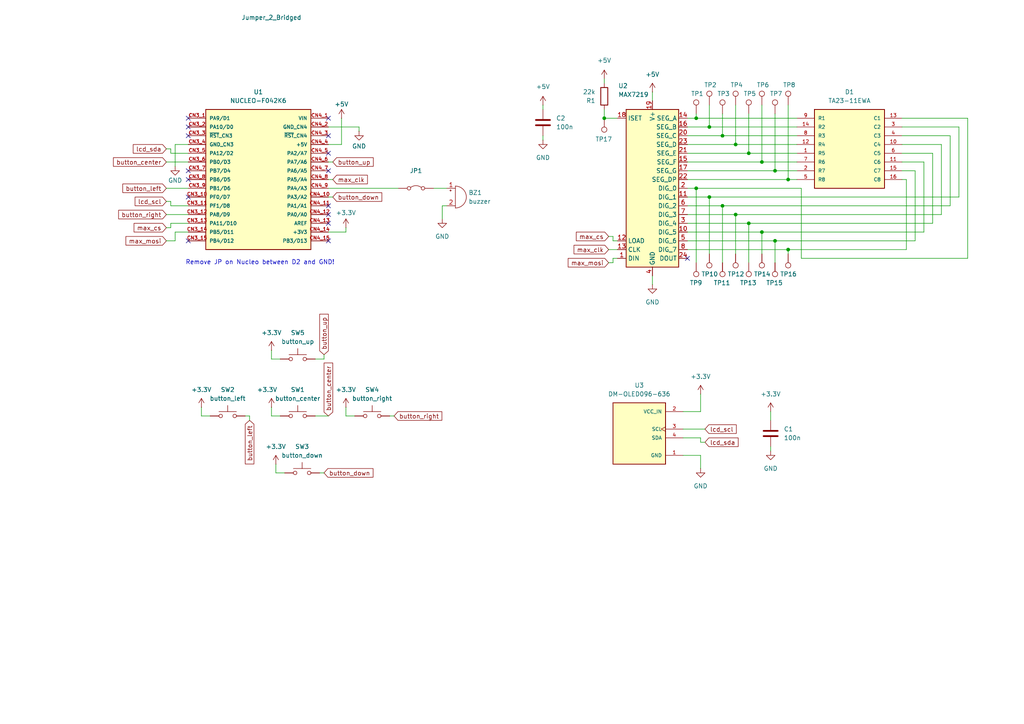
<source format=kicad_sch>
(kicad_sch (version 20231120) (generator "eeschema") (generator_version "8.0")
  (paper "A4")
  (title_block (title "Schnupperlehre Elektroniker/in | Projekt Matrix-Game") (date "2025-02-07") (rev "v1.0") (company "GWF AG") (comment 1 "Timon Burkard"))
  (lib_symbols
    (symbol "Connector:TestPoint" (pin_numbers hide) (pin_names (offset 0.762) hide)
      (property "Reference" "TP" (at 0 6.858 0))
      (property "Value" "TestPoint" (at 0 5.08 0))
      (symbol "TestPoint_0_1"
        (circle (center 0 3.302) (radius 0.762))
      )
      (symbol "TestPoint_1_1"
        (pin passive line (at 0 0 90) (length 2.54) (name "1") (number "1"))
      )
    )
    (symbol "Device:Buzzer" (pin_names (offset 0.0254) hide)
      (property "Reference" "BZ" (at 3.81 1.27 0))
      (property "Value" "Buzzer" (at 3.81 -1.27 0))
      (symbol "Buzzer_0_1"
        (arc (start 0 -3.175) (mid 3.1612 0) (end 0 3.175))
        (polyline (pts (xy -1.651 1.905) (xy -1.143 1.905)))
        (polyline (pts (xy -1.397 2.159) (xy -1.397 1.651)))
        (polyline (pts (xy 0 3.175) (xy 0 -3.175)))
      )
      (symbol "Buzzer_1_1"
        (pin passive line (at -2.54 2.54 0) (length 2.54) (name "+") (number "1"))
        (pin passive line (at -2.54 -2.54 0) (length 2.54) (name "-") (number "2"))
      )
    )
    (symbol "Device:C" (pin_numbers hide) (pin_names (offset 0.254))
      (property "Reference" "C" (at 0.635 2.54 0))
      (property "Value" "C" (at 0.635 -2.54 0))
      (symbol "C_0_1"
        (polyline (pts (xy -2.032 -0.762) (xy 2.032 -0.762)) (stroke (width 0.508)))
        (polyline (pts (xy -2.032 0.762) (xy 2.032 0.762)) (stroke (width 0.508)))
      )
      (symbol "C_1_1"
        (pin passive line (at 0 3.81 270) (length 2.794) (name "~") (number "1"))
        (pin passive line (at 0 -3.81 90) (length 2.794) (name "~") (number "2"))
      )
    )
    (symbol "Device:R" (pin_numbers hide) (pin_names (offset 0))
      (property "Reference" "R" (at 2.032 0 90))
      (property "Value" "R" (at 0 0 90))
      (symbol "R_0_1"
        (rectangle (start -1.016 -2.54) (end 1.016 2.54) (stroke (width 0.254)))
      )
      (symbol "R_1_1"
        (pin passive line (at 0 3.81 270) (length 1.27) (name "~") (number "1"))
        (pin passive line (at 0 -3.81 90) (length 1.27) (name "~") (number "2"))
      )
    )
    (symbol "Driver_LED:MAX7219"
      (property "Reference" "U" (at -6.35 24.13 0))
      (property "Value" "MAX7219" (at 1.27 25.4 0))
      (symbol "MAX7219_0_1"
        (rectangle (start -7.62 22.86) (end 7.62 -22.86) (stroke (width 0.254)) (fill (type background)))
      )
      (symbol "MAX7219_1_1"
        (pin input line (at -10.16 -20.32 0) (length 2.54) (name "DIN") (number "1"))
        (pin output line (at 10.16 -12.7 180) (length 2.54) (name "DIG_5") (number "10"))
        (pin output line (at 10.16 -2.54 180) (length 2.54) (name "DIG_1") (number "11"))
        (pin input line (at -10.16 -15.24 0) (length 2.54) (name "LOAD") (number "12"))
        (pin input line (at -10.16 -17.78 0) (length 2.54) (name "CLK") (number "13"))
        (pin output line (at 10.16 20.32 180) (length 2.54) (name "SEG_A") (number "14"))
        (pin output line (at 10.16 7.62 180) (length 2.54) (name "SEG_F") (number "15"))
        (pin output line (at 10.16 17.78 180) (length 2.54) (name "SEG_B") (number "16"))
        (pin output line (at 10.16 5.08 180) (length 2.54) (name "SEG_G") (number "17"))
        (pin input line (at -10.16 20.32 0) (length 2.54) (name "ISET") (number "18"))
        (pin power_in line (at 0 25.4 270) (length 2.54) (name "V+") (number "19"))
        (pin output line (at 10.16 0 180) (length 2.54) (name "DIG_0") (number "2"))
        (pin output line (at 10.16 15.24 180) (length 2.54) (name "SEG_C") (number "20"))
        (pin output line (at 10.16 10.16 180) (length 2.54) (name "SEG_E") (number "21"))
        (pin output line (at 10.16 2.54 180) (length 2.54) (name "SEG_DP") (number "22"))
        (pin output line (at 10.16 12.7 180) (length 2.54) (name "SEG_D") (number "23"))
        (pin output line (at 10.16 -20.32 180) (length 2.54) (name "DOUT") (number "24"))
        (pin output line (at 10.16 -10.16 180) (length 2.54) (name "DIG_4") (number "3"))
        (pin power_in line (at 0 -25.4 90) (length 2.54) (name "GND") (number "4"))
        (pin output line (at 10.16 -15.24 180) (length 2.54) (name "DIG_6") (number "5"))
        (pin output line (at 10.16 -5.08 180) (length 2.54) (name "DIG_2") (number "6"))
        (pin output line (at 10.16 -7.62 180) (length 2.54) (name "DIG_3") (number "7"))
        (pin output line (at 10.16 -17.78 180) (length 2.54) (name "DIG_7") (number "8"))
        (pin passive line (at 0 -25.4 90) (length 2.54) hide (name "GND") (number "9"))
      )
    )
    (symbol "Jumper:Jumper_2_Bridged" (pin_numbers hide) (pin_names (offset 0) hide) (exclude_from_sim yes)
      (property "Reference" "JP" (at 0 1.905 0))
      (property "Value" "Jumper_2_Bridged" (at 0 -2.54 0))
      (symbol "Jumper_2_Bridged_0_0"
        (circle (center -2.032 0) (radius 0.508))
        (circle (center 2.032 0) (radius 0.508))
      )
      (symbol "Jumper_2_Bridged_0_1"
        (arc (start 1.524 0.254) (mid 0 0.762) (end -1.524 0.254))
      )
      (symbol "Jumper_2_Bridged_1_1"
        (pin passive line (at -5.08 0 0) (length 2.54) (name "A") (number "1"))
        (pin passive line (at 5.08 0 180) (length 2.54) (name "B") (number "2"))
      )
    )
    (symbol "Switch:SW_Push" (pin_numbers hide) (pin_names (offset 1.016) hide)
      (property "Reference" "SW" (at 1.27 2.54 0))
      (property "Value" "SW_Push" (at 0 -1.524 0))
      (symbol "SW_Push_0_1"
        (circle (center -2.032 0) (radius 0.508))
        (polyline (pts (xy 0 1.27) (xy 0 3.048)))
        (polyline (pts (xy 2.54 1.27) (xy -2.54 1.27)))
        (circle (center 2.032 0) (radius 0.508))
        (pin passive line (at -5.08 0 0) (length 2.54) (name "1") (number "1"))
        (pin passive line (at 5.08 0 180) (length 2.54) (name "2") (number "2"))
      )
    )
    (symbol "lcd:DM-OLED096-636" (pin_names (offset 1.016))
      (property "Reference" "U" (at -7.62 10.922 0))
      (property "Value" "DM-OLED096-636" (at -7.62 -10.16 0))
      (symbol "DM-OLED096-636_0_0"
        (rectangle (start -7.62 -7.62) (end 7.62 10.16) (stroke (width 0.254)) (fill (type background)))
        (pin power_in line (at 12.7 -5.08 180) (length 5.08) (name "GND") (number "1"))
        (pin power_in line (at 12.7 7.62 180) (length 5.08) (name "VCC_IN") (number "2"))
        (pin input clock (at 12.7 2.54 180) (length 5.08) (name "SCL") (number "3"))
        (pin bidirectional line (at 12.7 0 180) (length 5.08) (name "SDA") (number "4"))
      )
    )
    (symbol "libs:NUCLEO-F042K6" (pin_names (offset 1.016))
      (property "Reference" "U" (at -15.24 21.082 0))
      (property "Value" "NUCLEO-F042K6" (at -15.24 -22.86 0))
      (symbol "NUCLEO-F042K6_0_0"
        (rectangle (start -15.24 -20.32) (end 15.24 20.32) (stroke (width 0.254)) (fill (type background)))
        (pin bidirectional line (at -20.32 17.78 0) (length 5.08) (name "PA9/D1") (number "CN3_1"))
        (pin bidirectional line (at -20.32 -5.08 0) (length 5.08) (name "PF0/D7") (number "CN3_10"))
        (pin bidirectional line (at -20.32 -7.62 0) (length 5.08) (name "PF1/D8") (number "CN3_11"))
        (pin bidirectional line (at -20.32 -10.16 0) (length 5.08) (name "PA8/D9") (number "CN3_12"))
        (pin bidirectional line (at -20.32 -12.7 0) (length 5.08) (name "PA11/D10") (number "CN3_13"))
        (pin bidirectional line (at -20.32 -15.24 0) (length 5.08) (name "PB5/D11") (number "CN3_14"))
        (pin bidirectional line (at -20.32 -17.78 0) (length 5.08) (name "PB4/D12") (number "CN3_15"))
        (pin bidirectional line (at -20.32 15.24 0) (length 5.08) (name "PA10/D0") (number "CN3_2"))
        (pin bidirectional line (at -20.32 12.7 0) (length 5.08) (name "~{RST}_CN3") (number "CN3_3"))
        (pin power_in line (at -20.32 10.16 0) (length 5.08) (name "GND_CN3") (number "CN3_4"))
        (pin bidirectional line (at -20.32 7.62 0) (length 5.08) (name "PA12/D2") (number "CN3_5"))
        (pin bidirectional line (at -20.32 5.08 0) (length 5.08) (name "PB0/D3") (number "CN3_6"))
        (pin bidirectional line (at -20.32 2.54 0) (length 5.08) (name "PB7/D4") (number "CN3_7"))
        (pin bidirectional line (at -20.32 0 0) (length 5.08) (name "PB6/D5") (number "CN3_8"))
        (pin bidirectional line (at -20.32 -2.54 0) (length 5.08) (name "PB1/D6") (number "CN3_9"))
        (pin power_in line (at 20.32 17.78 180) (length 5.08) (name "VIN") (number "CN4_1"))
        (pin bidirectional line (at 20.32 -5.08 180) (length 5.08) (name "PA3/A2") (number "CN4_10"))
        (pin bidirectional line (at 20.32 -7.62 180) (length 5.08) (name "PA1/A1") (number "CN4_11"))
        (pin bidirectional line (at 20.32 -10.16 180) (length 5.08) (name "PA0/A0") (number "CN4_12"))
        (pin input line (at 20.32 -12.7 180) (length 5.08) (name "AREF") (number "CN4_13"))
        (pin power_in line (at 20.32 -15.24 180) (length 5.08) (name "+3V3") (number "CN4_14"))
        (pin bidirectional line (at 20.32 -17.78 180) (length 5.08) (name "PB3/D13") (number "CN4_15"))
        (pin power_in line (at 20.32 15.24 180) (length 5.08) (name "GND_CN4") (number "CN4_2"))
        (pin bidirectional line (at 20.32 12.7 180) (length 5.08) (name "~{RST}_CN4") (number "CN4_3"))
        (pin power_in line (at 20.32 10.16 180) (length 5.08) (name "+5V") (number "CN4_4"))
        (pin bidirectional line (at 20.32 7.62 180) (length 5.08) (name "PA2/A7") (number "CN4_5"))
        (pin bidirectional line (at 20.32 5.08 180) (length 5.08) (name "PA7/A6") (number "CN4_6"))
        (pin bidirectional line (at 20.32 2.54 180) (length 5.08) (name "PA6/A5") (number "CN4_7"))
        (pin bidirectional line (at 20.32 0 180) (length 5.08) (name "PA5/A4") (number "CN4_8"))
        (pin bidirectional line (at 20.32 -2.54 180) (length 5.08) (name "PA4/A3") (number "CN4_9"))
      )
    )
    (symbol "matrix_led:TA23-11EWA" (pin_names (offset 1.016))
      (property "Reference" "D" (at -10.16 11.43 0))
      (property "Value" "TA23-11EWA" (at -10.16 -13.97 0))
      (symbol "TA23-11EWA_0_0"
        (rectangle (start -10.16 -12.7) (end 10.16 10.16) (stroke (width 0.254)) (fill (type background)))
        (pin passive line (at -15.24 -2.54 0) (length 5.08) (name "R5") (number "1"))
        (pin passive line (at 15.24 0 180) (length 5.08) (name "C4") (number "10"))
        (pin passive line (at 15.24 -5.08 180) (length 5.08) (name "C6") (number "11"))
        (pin passive line (at -15.24 0 0) (length 5.08) (name "R4") (number "12"))
        (pin passive line (at 15.24 7.62 180) (length 5.08) (name "C1") (number "13"))
        (pin passive line (at -15.24 5.08 0) (length 5.08) (name "R2") (number "14"))
        (pin passive line (at 15.24 -7.62 180) (length 5.08) (name "C7") (number "15"))
        (pin passive line (at 15.24 -10.16 180) (length 5.08) (name "C8") (number "16"))
        (pin passive line (at -15.24 -7.62 0) (length 5.08) (name "R7") (number "2"))
        (pin passive line (at 15.24 5.08 180) (length 5.08) (name "C2") (number "3"))
        (pin passive line (at 15.24 2.54 180) (length 5.08) (name "C3") (number "4"))
        (pin passive line (at -15.24 -10.16 0) (length 5.08) (name "R8") (number "5"))
        (pin passive line (at 15.24 -2.54 180) (length 5.08) (name "C5") (number "6"))
        (pin passive line (at -15.24 -5.08 0) (length 5.08) (name "R6") (number "7"))
        (pin passive line (at -15.24 2.54 0) (length 5.08) (name "R3") (number "8"))
        (pin passive line (at -15.24 7.62 0) (length 5.08) (name "R1") (number "9"))
      )
    )
    (symbol "power:+3.3V" (power) (pin_numbers hide) (pin_names (offset 0) hide)
      (property "Value" "+3.3V" (at 0 3.556 0))
      (symbol "+3.3V_0_1"
        (polyline (pts (xy -0.762 1.27) (xy 0 2.54)))
        (polyline (pts (xy 0 0) (xy 0 2.54)))
        (polyline (pts (xy 0 2.54) (xy 0.762 1.27)))
      )
      (symbol "+3.3V_1_1"
        (pin power_in line (at 0 0 90) (length 0) (name "~") (number "1"))
      )
    )
    (symbol "power:+5V" (power) (pin_numbers hide) (pin_names (offset 0) hide)
      (property "Value" "+5V" (at 0 3.556 0))
      (symbol "+5V_0_1"
        (polyline (pts (xy -0.762 1.27) (xy 0 2.54)))
        (polyline (pts (xy 0 0) (xy 0 2.54)))
        (polyline (pts (xy 0 2.54) (xy 0.762 1.27)))
      )
      (symbol "+5V_1_1"
        (pin power_in line (at 0 0 90) (length 0) (name "~") (number "1"))
      )
    )
    (symbol "power:GND" (power) (pin_numbers hide) (pin_names (offset 0) hide)
      (property "Value" "GND" (at 0 -3.81 0))
      (symbol "GND_0_1"
        (polyline (pts (xy 0 0) (xy 0 -1.27) (xy 1.27 -1.27) (xy 0 -2.54) (xy -1.27 -1.27) (xy 0 -1.27)))
      )
      (symbol "GND_1_1"
        (pin power_in line (at 0 0 270) (length 0) (name "~") (number "1"))
      )
    )
  )
  (junction (at 205.74 57.15))
  (junction (at 201.93 34.29))
  (junction (at 213.36 41.91))
  (junction (at 175.26 34.29))
  (junction (at 224.79 49.53))
  (junction (at 209.55 39.37))
  (junction (at 228.6 52.07))
  (junction (at 224.79 69.85))
  (junction (at 217.17 64.77))
  (junction (at 220.98 67.31))
  (junction (at 217.17 44.45))
  (junction (at 205.74 36.83))
  (junction (at 228.6 72.39))
  (junction (at 201.93 54.61))
  (junction (at 220.98 46.99))
  (junction (at 213.36 62.23))
  (junction (at 209.55 59.69))
  (no_connect (at 95.25 34.29))
  (no_connect (at 95.25 62.23))
  (no_connect (at 54.61 49.53))
  (no_connect (at 95.25 39.37))
  (no_connect (at 95.25 49.53))
  (no_connect (at 54.61 52.07))
  (no_connect (at 54.61 69.85))
  (no_connect (at 54.61 57.15))
  (no_connect (at 199.39 74.93))
  (no_connect (at 54.61 36.83))
  (no_connect (at 54.61 34.29))
  (no_connect (at 95.25 64.77))
  (no_connect (at 95.25 69.85))
  (no_connect (at 95.25 44.45))
  (no_connect (at 54.61 39.37))
  (no_connect (at 95.25 59.69))
  (wire (pts (xy 95.25 46.99) (xy 96.52 46.99)))
  (wire (pts (xy 199.39 69.85) (xy 224.79 69.85)))
  (wire (pts (xy 49.53 43.18) (xy 48.26 43.18)))
  (wire (pts (xy 224.79 69.85) (xy 224.79 76.2)))
  (wire (pts (xy 262.89 52.07) (xy 261.62 52.07)))
  (wire (pts (xy 50.8 67.31) (xy 54.61 67.31)))
  (wire (pts (xy 92.71 137.16) (xy 93.98 137.16)))
  (wire (pts (xy 201.93 54.61) (xy 232.41 54.61)))
  (wire (pts (xy 189.23 26.67) (xy 189.23 29.21)))
  (wire (pts (xy 199.39 44.45) (xy 217.17 44.45)))
  (wire (pts (xy 175.26 22.86) (xy 175.26 24.13)))
  (wire (pts (xy 100.33 67.31) (xy 100.33 66.04)))
  (wire (pts (xy 228.6 30.48) (xy 228.6 52.07)))
  (wire (pts (xy 80.01 134.62) (xy 80.01 137.16)))
  (wire (pts (xy 157.48 30.48) (xy 157.48 31.75)))
  (wire (pts (xy 176.53 76.2) (xy 177.8 76.2)))
  (wire (pts (xy 49.53 66.04) (xy 49.53 64.77)))
  (wire (pts (xy 49.53 43.18) (xy 49.53 44.45)))
  (wire (pts (xy 177.8 69.85) (xy 179.07 69.85)))
  (wire (pts (xy 213.36 30.48) (xy 213.36 41.91)))
  (wire (pts (xy 199.39 41.91) (xy 213.36 41.91)))
  (wire (pts (xy 128.27 59.69) (xy 128.27 63.5)))
  (wire (pts (xy 58.42 118.11) (xy 58.42 120.65)))
  (wire (pts (xy 203.2 128.27) (xy 203.2 127)))
  (wire (pts (xy 213.36 62.23) (xy 273.05 62.23)))
  (wire (pts (xy 95.25 120.65) (xy 91.44 120.65)))
  (wire (pts (xy 177.8 74.93) (xy 179.07 74.93)))
  (wire (pts (xy 205.74 57.15) (xy 205.74 73.66)))
  (wire (pts (xy 199.39 34.29) (xy 201.93 34.29)))
  (wire (pts (xy 209.55 59.69) (xy 275.59 59.69)))
  (wire (pts (xy 48.26 46.99) (xy 54.61 46.99)))
  (wire (pts (xy 189.23 80.01) (xy 189.23 82.55)))
  (wire (pts (xy 50.8 67.31) (xy 50.8 69.85)))
  (wire (pts (xy 177.8 68.58) (xy 177.8 69.85)))
  (wire (pts (xy 213.36 41.91) (xy 231.14 41.91)))
  (wire (pts (xy 220.98 67.31) (xy 199.39 67.31)))
  (wire (pts (xy 203.2 127) (xy 198.12 127)))
  (wire (pts (xy 261.62 39.37) (xy 275.59 39.37)))
  (wire (pts (xy 223.52 119.38) (xy 223.52 121.92)))
  (wire (pts (xy 177.8 76.2) (xy 177.8 74.93)))
  (wire (pts (xy 176.53 68.58) (xy 177.8 68.58)))
  (wire (pts (xy 104.14 36.83) (xy 104.14 38.1)))
  (wire (pts (xy 199.39 49.53) (xy 224.79 49.53)))
  (wire (pts (xy 48.26 66.04) (xy 49.53 66.04)))
  (wire (pts (xy 213.36 62.23) (xy 213.36 73.66)))
  (wire (pts (xy 48.26 54.61) (xy 54.61 54.61)))
  (wire (pts (xy 228.6 52.07) (xy 231.14 52.07)))
  (wire (pts (xy 199.39 39.37) (xy 209.55 39.37)))
  (wire (pts (xy 261.62 49.53) (xy 265.43 49.53)))
  (wire (pts (xy 217.17 44.45) (xy 231.14 44.45)))
  (wire (pts (xy 100.33 120.65) (xy 102.87 120.65)))
  (wire (pts (xy 49.53 59.69) (xy 54.61 59.69)))
  (wire (pts (xy 280.67 74.93) (xy 280.67 34.29)))
  (wire (pts (xy 198.12 124.46) (xy 204.47 124.46)))
  (wire (pts (xy 224.79 33.02) (xy 224.79 49.53)))
  (wire (pts (xy 54.61 41.91) (xy 50.8 41.91)))
  (wire (pts (xy 267.97 46.99) (xy 267.97 67.31)))
  (wire (pts (xy 205.74 57.15) (xy 278.13 57.15)))
  (wire (pts (xy 125.73 54.61) (xy 129.54 54.61)))
  (wire (pts (xy 203.2 114.3) (xy 203.2 119.38)))
  (wire (pts (xy 209.55 39.37) (xy 231.14 39.37)))
  (wire (pts (xy 204.47 128.27) (xy 203.2 128.27)))
  (wire (pts (xy 198.12 132.08) (xy 203.2 132.08)))
  (wire (pts (xy 199.39 54.61) (xy 201.93 54.61)))
  (wire (pts (xy 95.25 67.31) (xy 100.33 67.31)))
  (wire (pts (xy 78.74 104.14) (xy 81.28 104.14)))
  (wire (pts (xy 49.53 44.45) (xy 54.61 44.45)))
  (wire (pts (xy 223.52 129.54) (xy 223.52 130.81)))
  (wire (pts (xy 232.41 54.61) (xy 232.41 74.93)))
  (wire (pts (xy 100.33 118.11) (xy 100.33 120.65)))
  (wire (pts (xy 267.97 67.31) (xy 220.98 67.31)))
  (wire (pts (xy 49.53 58.42) (xy 49.53 59.69)))
  (wire (pts (xy 273.05 41.91) (xy 273.05 62.23)))
  (wire (pts (xy 232.41 74.93) (xy 280.67 74.93)))
  (wire (pts (xy 93.98 104.14) (xy 91.44 104.14)))
  (wire (pts (xy 220.98 46.99) (xy 231.14 46.99)))
  (wire (pts (xy 157.48 39.37) (xy 157.48 40.64)))
  (wire (pts (xy 203.2 119.38) (xy 198.12 119.38)))
  (wire (pts (xy 228.6 72.39) (xy 228.6 73.66)))
  (wire (pts (xy 129.54 59.69) (xy 128.27 59.69)))
  (wire (pts (xy 95.25 57.15) (xy 96.52 57.15)))
  (wire (pts (xy 50.8 69.85) (xy 48.26 69.85)))
  (wire (pts (xy 261.62 41.91) (xy 273.05 41.91)))
  (wire (pts (xy 176.53 72.39) (xy 179.07 72.39)))
  (wire (pts (xy 49.53 64.77) (xy 54.61 64.77)))
  (wire (pts (xy 220.98 67.31) (xy 220.98 73.66)))
  (wire (pts (xy 72.39 120.65) (xy 71.12 120.65)))
  (wire (pts (xy 270.51 64.77) (xy 270.51 44.45)))
  (wire (pts (xy 220.98 30.48) (xy 220.98 46.99)))
  (wire (pts (xy 209.55 59.69) (xy 209.55 76.2)))
  (wire (pts (xy 95.25 54.61) (xy 115.57 54.61)))
  (wire (pts (xy 78.74 101.6) (xy 78.74 104.14)))
  (wire (pts (xy 175.26 34.29) (xy 179.07 34.29)))
  (wire (pts (xy 209.55 33.02) (xy 209.55 39.37)))
  (wire (pts (xy 261.62 46.99) (xy 267.97 46.99)))
  (wire (pts (xy 203.2 132.08) (xy 203.2 135.89)))
  (wire (pts (xy 199.39 59.69) (xy 209.55 59.69)))
  (wire (pts (xy 199.39 62.23) (xy 213.36 62.23)))
  (wire (pts (xy 199.39 57.15) (xy 205.74 57.15)))
  (wire (pts (xy 201.93 33.02) (xy 201.93 34.29)))
  (wire (pts (xy 205.74 36.83) (xy 231.14 36.83)))
  (wire (pts (xy 114.3 120.65) (xy 113.03 120.65)))
  (wire (pts (xy 48.26 62.23) (xy 54.61 62.23)))
  (wire (pts (xy 93.98 102.87) (xy 93.98 104.14)))
  (wire (pts (xy 275.59 59.69) (xy 275.59 39.37)))
  (wire (pts (xy 199.39 46.99) (xy 220.98 46.99)))
  (wire (pts (xy 262.89 72.39) (xy 228.6 72.39)))
  (wire (pts (xy 224.79 69.85) (xy 265.43 69.85)))
  (wire (pts (xy 95.25 52.07) (xy 96.52 52.07)))
  (wire (pts (xy 217.17 64.77) (xy 270.51 64.77)))
  (wire (pts (xy 201.93 54.61) (xy 201.93 76.2)))
  (wire (pts (xy 175.26 31.75) (xy 175.26 34.29)))
  (wire (pts (xy 48.26 58.42) (xy 49.53 58.42)))
  (wire (pts (xy 199.39 36.83) (xy 205.74 36.83)))
  (wire (pts (xy 262.89 52.07) (xy 262.89 72.39)))
  (wire (pts (xy 265.43 69.85) (xy 265.43 49.53)))
  (wire (pts (xy 58.42 120.65) (xy 60.96 120.65)))
  (wire (pts (xy 80.01 137.16) (xy 82.55 137.16)))
  (wire (pts (xy 228.6 72.39) (xy 199.39 72.39)))
  (wire (pts (xy 95.25 36.83) (xy 104.14 36.83)))
  (wire (pts (xy 280.67 34.29) (xy 261.62 34.29)))
  (wire (pts (xy 224.79 49.53) (xy 231.14 49.53)))
  (wire (pts (xy 78.74 118.11) (xy 78.74 120.65)))
  (wire (pts (xy 199.39 52.07) (xy 228.6 52.07)))
  (wire (pts (xy 78.74 120.65) (xy 81.28 120.65)))
  (wire (pts (xy 95.25 41.91) (xy 99.06 41.91)))
  (wire (pts (xy 261.62 44.45) (xy 270.51 44.45)))
  (wire (pts (xy 205.74 30.48) (xy 205.74 36.83)))
  (wire (pts (xy 217.17 33.02) (xy 217.17 44.45)))
  (wire (pts (xy 199.39 64.77) (xy 217.17 64.77)))
  (wire (pts (xy 261.62 36.83) (xy 278.13 36.83)))
  (wire (pts (xy 278.13 36.83) (xy 278.13 57.15)))
  (wire (pts (xy 50.8 41.91) (xy 50.8 48.26)))
  (wire (pts (xy 201.93 34.29) (xy 231.14 34.29)))
  (wire (pts (xy 72.39 120.65) (xy 72.39 121.92)))
  (wire (pts (xy 99.06 41.91) (xy 99.06 34.29)))
  (wire (pts (xy 217.17 64.77) (xy 217.17 76.2)))
  (text "Remove JP on Nucleo between D2 and GND!" (at 75.438 76.2 0) (effects (font (size 1.27 1.27))))
  (global_label "lcd_scl" (shape input) (at 48.26 58.42 180) (property "Intersheetrefs" "${INTERSHEET_REFS}" (effects (hide yes))))
  (global_label "lcd_sda" (shape input) (at 48.26 43.18 180) (property "Intersheetrefs" "${INTERSHEET_REFS}" (effects (hide yes))))
  (global_label "button_left" (shape input) (at 72.39 121.92 270) (property "Intersheetrefs" "${INTERSHEET_REFS}" (effects (hide yes))))
  (global_label "button_down" (shape input) (at 96.52 57.15 0) (property "Intersheetrefs" "${INTERSHEET_REFS}" (effects (hide yes))))
  (global_label "lcd_sda" (shape input) (at 204.47 128.27 0) (property "Intersheetrefs" "${INTERSHEET_REFS}" (effects (hide yes))))
  (global_label "max_mosi" (shape input) (at 176.53 76.2 180) (property "Intersheetrefs" "${INTERSHEET_REFS}" (effects (hide yes))))
  (global_label "max_clk" (shape input) (at 176.53 72.39 180) (property "Intersheetrefs" "${INTERSHEET_REFS}" (effects (hide yes))))
  (global_label "button_up" (shape input) (at 93.98 102.87 90) (property "Intersheetrefs" "${INTERSHEET_REFS}" (effects (hide yes))))
  (global_label "max_cs" (shape input) (at 176.53 68.58 180) (property "Intersheetrefs" "${INTERSHEET_REFS}" (effects (hide yes))))
  (global_label "lcd_scl" (shape input) (at 204.47 124.46 0) (property "Intersheetrefs" "${INTERSHEET_REFS}" (effects (hide yes))))
  (global_label "button_center" (shape input) (at 48.26 46.99 180) (property "Intersheetrefs" "${INTERSHEET_REFS}" (effects (hide yes))))
  (global_label "max_cs" (shape input) (at 48.26 66.04 180) (property "Intersheetrefs" "${INTERSHEET_REFS}" (effects (hide yes))))
  (global_label "max_clk" (shape input) (at 96.52 52.07 0) (property "Intersheetrefs" "${INTERSHEET_REFS}" (effects (hide yes))))
  (global_label "button_up" (shape input) (at 96.52 46.99 0) (property "Intersheetrefs" "${INTERSHEET_REFS}" (effects (hide yes))))
  (global_label "button_left" (shape input) (at 48.26 54.61 180) (property "Intersheetrefs" "${INTERSHEET_REFS}" (effects (hide yes))))
  (global_label "button_down" (shape input) (at 93.98 137.16 0) (property "Intersheetrefs" "${INTERSHEET_REFS}" (effects (hide yes))))
  (global_label "button_right" (shape input) (at 114.3 120.65 0) (property "Intersheetrefs" "${INTERSHEET_REFS}" (effects (hide yes))))
  (global_label "button_right" (shape input) (at 48.26 62.23 180) (property "Intersheetrefs" "${INTERSHEET_REFS}" (effects (hide yes))))
  (global_label "max_mosi" (shape input) (at 48.26 69.85 180) (property "Intersheetrefs" "${INTERSHEET_REFS}" (effects (hide yes))))
  (global_label "button_center" (shape input) (at 95.25 120.65 90) (property "Intersheetrefs" "${INTERSHEET_REFS}" (effects (hide yes))))
  (symbol (lib_id "power:GND") (at 223.52 130.81 0) (unit 1)
    (property "Reference" "#PWR018" (effects (hide yes)))
    (property "Value" "GND" (at 223.52 135.89 0))
    (property "Description" "Power symbol creates a global label with name \"GND\" , ground" (effects (hide yes)))
  )
  (symbol (lib_id "Connector:TestPoint") (at 205.74 30.48 0) (unit 1)
    (property "Reference" "TP2" (at 204.216 24.638 0) (effects (justify left)))
    (property "Value" "TestPoint" (effects (hide yes)))
    (property "Footprint" "Connector_PinHeader_2.54mm:PinHeader_1x01_P2.54mm_Vertical" (effects (hide yes)))
    (property "Description" "test point" (effects (hide yes)))
  )
  (symbol (lib_id "Connector:TestPoint") (at 201.93 33.02 0) (unit 1)
    (property "Reference" "TP1" (at 200.406 27.178 0) (effects (justify left)))
    (property "Value" "TestPoint" (effects (hide yes)))
    (property "Footprint" "Connector_PinHeader_2.54mm:PinHeader_1x01_P2.54mm_Vertical" (effects (hide yes)))
    (property "Description" "test point" (effects (hide yes)))
  )
  (symbol (lib_id "Connector:TestPoint") (at 220.98 30.48 0) (unit 1)
    (property "Reference" "TP6" (at 219.456 24.638 0) (effects (justify left)))
    (property "Value" "TestPoint" (effects (hide yes)))
    (property "Footprint" "Connector_PinHeader_2.54mm:PinHeader_1x01_P2.54mm_Vertical" (effects (hide yes)))
    (property "Description" "test point" (effects (hide yes)))
  )
  (symbol (lib_id "power:GND") (at 203.2 135.89 0) (unit 1)
    (property "Reference" "#PWR014" (effects (hide yes)))
    (property "Value" "GND" (at 203.2 140.97 0))
    (property "Description" "Power symbol creates a global label with name \"GND\" , ground" (effects (hide yes)))
  )
  (symbol (lib_id "Connector:TestPoint") (at 209.55 76.2 180) (unit 1)
    (property "Reference" "TP11" (at 211.836 82.042 0) (effects (justify left)))
    (property "Value" "TestPoint" (effects (hide yes)))
    (property "Footprint" "Connector_PinHeader_2.54mm:PinHeader_1x01_P2.54mm_Vertical" (effects (hide yes)))
    (property "Description" "test point" (effects (hide yes)))
  )
  (symbol (lib_id "Connector:TestPoint") (at 209.55 33.02 0) (unit 1)
    (property "Reference" "TP3" (at 208.026 27.178 0) (effects (justify left)))
    (property "Value" "TestPoint" (effects (hide yes)))
    (property "Footprint" "Connector_PinHeader_2.54mm:PinHeader_1x01_P2.54mm_Vertical" (effects (hide yes)))
    (property "Description" "test point" (effects (hide yes)))
  )
  (symbol (lib_id "Driver_LED:MAX7219") (at 189.23 54.61 0) (unit 1)
    (property "Reference" "U2" (at 179.324 24.892 0) (effects (justify left)))
    (property "Value" "MAX7219" (at 179.324 27.432 0) (effects (justify left)))
    (property "Footprint" "Package_DIP:DIP-24_W7.62mm_Socket" (effects (hide yes)))
    (property "Datasheet" "https://datasheets.maximintegrated.com/en/ds/MAX7219-MAX7221.pdf" (effects (hide yes)))
    (property "Description" "8-Digit LED Display Driver" (effects (hide yes)))
  )
  (symbol (lib_id "Connector:TestPoint") (at 220.98 73.66 180) (unit 1)
    (property "Reference" "TP14" (at 223.52 79.502 0) (effects (justify left)))
    (property "Value" "TestPoint" (effects (hide yes)))
    (property "Footprint" "Connector_PinHeader_2.54mm:PinHeader_1x01_P2.54mm_Vertical" (effects (hide yes)))
    (property "Description" "test point" (effects (hide yes)))
  )
  (symbol (lib_id "power:GND") (at 50.8 48.26 0) (unit 1)
    (property "Reference" "#PWR020" (effects (hide yes)))
    (property "Value" "GND" (at 50.8 52.324 0))
    (property "Description" "Power symbol creates a global label with name \"GND\" , ground" (effects (hide yes)))
  )
  (symbol (lib_id "power:+3.3V") (at 203.2 114.3 0) (unit 1)
    (property "Reference" "#PWR013" (effects (hide yes)))
    (property "Value" "+3.3V" (at 203.2 109.22 0))
    (property "Description" "Power symbol creates a global label with name \"+3.3V\"" (effects (hide yes)))
  )
  (symbol (lib_id "Device:C") (at 223.52 125.73 0) (unit 1)
    (property "Reference" "C1" (at 227.33 124.4599 0) (effects (justify left)))
    (property "Value" "100n" (at 227.33 126.9999 0) (effects (justify left)))
    (property "Footprint" "Capacitor_THT:C_Disc_D3.0mm_W2.0mm_P2.50mm" (effects (hide yes)))
    (property "Description" "Unpolarized capacitor" (effects (hide yes)))
  )
  (symbol (lib_id "Switch:SW_Push") (at 66.04 120.65 0) (unit 1)
    (property "Reference" "SW2" (at 66.04 113.03 0))
    (property "Value" "button_left" (at 66.04 115.57 0))
    (property "Footprint" "Button_Switch_THT:SW_PUSH_6mm" (effects (hide yes)))
    (property "Description" "Push button switch, generic, two pins" (effects (hide yes)))
  )
  (symbol (lib_id "Connector:TestPoint") (at 224.79 76.2 180) (unit 1)
    (property "Reference" "TP15" (at 227.076 82.042 0) (effects (justify left)))
    (property "Value" "TestPoint" (effects (hide yes)))
    (property "Footprint" "Connector_PinHeader_2.54mm:PinHeader_1x01_P2.54mm_Vertical" (effects (hide yes)))
    (property "Description" "test point" (effects (hide yes)))
  )
  (symbol (lib_id "Connector:TestPoint") (at 205.74 73.66 180) (unit 1)
    (property "Reference" "TP10" (at 208.28 79.502 0) (effects (justify left)))
    (property "Value" "TestPoint" (effects (hide yes)))
    (property "Footprint" "Connector_PinHeader_2.54mm:PinHeader_1x01_P2.54mm_Vertical" (effects (hide yes)))
    (property "Description" "test point" (effects (hide yes)))
  )
  (symbol (lib_id "power:+3.3V") (at 78.74 101.6 0) (unit 1)
    (property "Reference" "#PWR04" (effects (hide yes)))
    (property "Value" "+3.3V" (at 78.74 96.52 0))
    (property "Description" "Power symbol creates a global label with name \"+3.3V\"" (effects (hide yes)))
  )
  (symbol (lib_id "lcd:DM-OLED096-636") (at 185.42 127 0) (unit 1)
    (property "Reference" "U3" (at 185.42 111.76 0))
    (property "Value" "DM-OLED096-636" (at 185.42 114.3 0))
    (property "Footprint" "DM-OLED096-636:MODULE_DM-OLED096-636" (effects (hide yes)))
    (property "MF" "Display Module" (effects (hide yes)))
    (property "MAXIMUM_PACKAGE_HEIGHT" "11.3 mm" (effects (hide yes)))
    (property "Package" "Package" (effects (hide yes)))
    (property "Price" "None" (effects (hide yes)))
    (property "Check_prices" "https://www.snapeda.com/parts/DM-OLED096-636/Display+Module/view-part/?ref=eda" (effects (hide yes)))
    (property "STANDARD" "Manufacturer Recommendations" (effects (hide yes)))
    (property "PARTREV" "2018-09-10" (effects (hide yes)))
    (property "SnapEDA_Link" "https://www.snapeda.com/parts/DM-OLED096-636/Display+Module/view-part/?ref=snap" (effects (hide yes)))
    (property "MP" "DM-OLED096-636" (effects (hide yes)))
    (property "Description_1" "\n                        \n                            0.96” 128 X 64 MONOCHROME GRAPHIC OLED DISPLAY MODULE - I2C\n                        \n" (effects (hide yes)))
    (property "Availability" "Not in stock" (effects (hide yes)))
    (property "MANUFACTURER" "Displaymodule" (effects (hide yes)))
  )
  (symbol (lib_id "power:GND") (at 189.23 82.55 0) (unit 1)
    (property "Reference" "#PWR010" (effects (hide yes)))
    (property "Value" "GND" (at 189.23 87.63 0))
    (property "Description" "Power symbol creates a global label with name \"GND\" , ground" (effects (hide yes)))
  )
  (symbol (lib_id "power:+5V") (at 189.23 26.67 0) (unit 1)
    (property "Reference" "#PWR011" (effects (hide yes)))
    (property "Value" "+5V" (at 189.23 21.59 0))
    (property "Description" "Power symbol creates a global label with name \"+5V\"" (effects (hide yes)))
  )
  (symbol (lib_id "libs:NUCLEO-F042K6") (at 74.93 52.07 0) (unit 1)
    (property "Reference" "U1" (at 74.93 26.67 0))
    (property "Value" "NUCLEO-F042K6" (at 74.93 29.21 0))
    (property "Footprint" "nucleo:MODULE_NUCLEO-F042K6" (effects (hide yes)))
    (property "PARTREV" "8" (effects (hide yes)))
    (property "STANDARD" "Manufacturer Recommendations" (effects (hide yes)))
    (property "MAXIMUM_PACKAGE_HEIGHT" "14.5mm" (effects (hide yes)))
    (property "MANUFACTURER" "STMicroelectronics" (effects (hide yes)))
  )
  (symbol (lib_id "Device:C") (at 157.48 35.56 0) (unit 1)
    (property "Reference" "C2" (at 161.29 34.2899 0) (effects (justify left)))
    (property "Value" "100n" (at 161.29 36.8299 0) (effects (justify left)))
    (property "Footprint" "Capacitor_THT:C_Disc_D3.0mm_W2.0mm_P2.50mm" (effects (hide yes)))
    (property "Description" "Unpolarized capacitor" (effects (hide yes)))
  )
  (symbol (lib_id "Connector:TestPoint") (at 228.6 30.48 0) (unit 1)
    (property "Reference" "TP8" (at 227.076 24.638 0) (effects (justify left)))
    (property "Value" "TestPoint" (effects (hide yes)))
    (property "Footprint" "Connector_PinHeader_2.54mm:PinHeader_1x01_P2.54mm_Vertical" (effects (hide yes)))
    (property "Description" "test point" (effects (hide yes)))
  )
  (symbol (lib_id "Connector:TestPoint") (at 228.6 73.66 180) (unit 1)
    (property "Reference" "TP16" (at 231.14 79.502 0) (effects (justify left)))
    (property "Value" "TestPoint" (effects (hide yes)))
    (property "Footprint" "Connector_PinHeader_2.54mm:PinHeader_1x01_P2.54mm_Vertical" (effects (hide yes)))
    (property "Description" "test point" (effects (hide yes)))
  )
  (symbol (lib_id "power:GND") (at 104.14 38.1 0) (unit 1)
    (property "Reference" "#PWR019" (effects (hide yes)))
    (property "Value" "GND" (at 104.14 42.418 0))
    (property "Description" "Power symbol creates a global label with name \"GND\" , ground" (effects (hide yes)))
  )
  (symbol (lib_id "power:+3.3V") (at 80.01 134.62 0) (unit 1)
    (property "Reference" "#PWR06" (effects (hide yes)))
    (property "Value" "+3.3V" (at 80.01 129.54 0))
    (property "Description" "Power symbol creates a global label with name \"+3.3V\"" (effects (hide yes)))
  )
  (symbol (lib_id "power:GND") (at 128.27 63.5 0) (unit 1)
    (property "Reference" "#PWR09" (effects (hide yes)))
    (property "Value" "GND" (at 128.27 68.58 0))
    (property "Description" "Power symbol creates a global label with name \"GND\" , ground" (effects (hide yes)))
  )
  (symbol (lib_id "power:+5V") (at 99.06 34.29 0) (unit 1)
    (property "Reference" "#PWR01" (effects (hide yes)))
    (property "Value" "+5V" (at 99.06 30.226 0))
    (property "Description" "Power symbol creates a global label with name \"+5V\"" (effects (hide yes)))
  )
  (symbol (lib_id "power:+3.3V") (at 58.42 118.11 0) (unit 1)
    (property "Reference" "#PWR05" (effects (hide yes)))
    (property "Value" "+3.3V" (at 58.42 113.03 0))
    (property "Description" "Power symbol creates a global label with name \"+3.3V\"" (effects (hide yes)))
  )
  (symbol (lib_id "Switch:SW_Push") (at 86.36 104.14 0) (unit 1)
    (property "Reference" "SW5" (at 86.36 96.52 0))
    (property "Value" "button_up" (at 86.36 99.06 0))
    (property "Footprint" "Button_Switch_THT:SW_PUSH_6mm" (effects (hide yes)))
    (property "Description" "Push button switch, generic, two pins" (effects (hide yes)))
  )
  (symbol (lib_id "Switch:SW_Push") (at 86.36 120.65 0) (unit 1)
    (property "Reference" "SW1" (at 86.36 113.03 0))
    (property "Value" "button_center" (at 86.36 115.57 0))
    (property "Footprint" "Button_Switch_THT:SW_PUSH_6mm" (effects (hide yes)))
    (property "Description" "Push button switch, generic, two pins" (effects (hide yes)))
  )
  (symbol (lib_id "power:+3.3V") (at 100.33 66.04 0) (unit 1)
    (property "Reference" "#PWR03" (effects (hide yes)))
    (property "Value" "+3.3V" (at 100.33 61.722 0))
    (property "Description" "Power symbol creates a global label with name \"+3.3V\"" (effects (hide yes)))
  )
  (symbol (lib_id "Switch:SW_Push") (at 87.63 137.16 0) (unit 1)
    (property "Reference" "SW3" (at 87.63 129.54 0))
    (property "Value" "button_down" (at 87.63 132.08 0))
    (property "Footprint" "Button_Switch_THT:SW_PUSH_6mm" (effects (hide yes)))
    (property "Description" "Push button switch, generic, two pins" (effects (hide yes)))
  )
  (symbol (lib_id "matrix_led:TA23-11EWA") (at 246.38 41.91 0) (unit 1)
    (property "Reference" "D1" (at 246.38 26.67 0))
    (property "Value" "TA23-11EWA" (at 246.38 29.21 0))
    (property "Footprint" "matrix_led:LED_TA23-11EWA" (effects (hide yes)))
    (property "MF" "Kingbright" (effects (hide yes)))
    (property "MAXIMUM_PACKAGE_HEIGHT" "9.2 mm" (effects (hide yes)))
    (property "Package" "None" (effects (hide yes)))
    (property "Price" "None" (effects (hide yes)))
    (property "Check_prices" "https://www.snapeda.com/parts/TA2311EWA/Kingbright/view-part/?ref=eda" (effects (hide yes)))
    (property "STANDARD" "Manufacturer Recommendations" (effects (hide yes)))
    (property "PARTREV" "V.10A" (effects (hide yes)))
    (property "SnapEDA_Link" "https://www.snapeda.com/parts/TA2311EWA/Kingbright/view-part/?ref=snap" (effects (hide yes)))
    (property "SNAPEDA_PACKAGE_ID" "9673" (effects (hide yes)))
    (property "MP" "TA2311EWA" (effects (hide yes)))
    (property "Description_1" "\n                        \n                            DISPLAY, 2.3, 8X8, RED COM.ANODE; LED Colour:Red; Forward Voltage:2V; Luminous Intensity:12mcd; Display Dots x Lines:8 x 8; Display Size:60.8mm x 60.8mm; Peak Wavelength:627nm; Product Range:-; MSL:-; SVHC:No SVHC (15-Jan-2019); LED Display Type:Dot Matrix\n                        \n" (effects (hide yes)))
    (property "Availability" "In Stock" (effects (hide yes)))
    (property "MANUFACTURER" "Kingbright" (effects (hide yes)))
  )
  (symbol (lib_id "Connector:TestPoint") (at 217.17 33.02 0) (unit 1)
    (property "Reference" "TP5" (at 215.646 27.178 0) (effects (justify left)))
    (property "Value" "TestPoint" (effects (hide yes)))
    (property "Footprint" "Connector_PinHeader_2.54mm:PinHeader_1x01_P2.54mm_Vertical" (effects (hide yes)))
    (property "Description" "test point" (effects (hide yes)))
  )
  (symbol (lib_id "Connector:TestPoint") (at 201.93 76.2 180) (unit 1)
    (property "Reference" "TP9" (at 203.708 82.042 0) (effects (justify left)))
    (property "Value" "TestPoint" (effects (hide yes)))
    (property "Footprint" "Connector_PinHeader_2.54mm:PinHeader_1x01_P2.54mm_Vertical" (effects (hide yes)))
    (property "Description" "test point" (effects (hide yes)))
  )
  (symbol (lib_id "Connector:TestPoint") (at 213.36 73.66 180) (unit 1)
    (property "Reference" "TP12" (at 215.9 79.502 0) (effects (justify left)))
    (property "Value" "TestPoint" (effects (hide yes)))
    (property "Footprint" "Connector_PinHeader_2.54mm:PinHeader_1x01_P2.54mm_Vertical" (effects (hide yes)))
    (property "Description" "test point" (effects (hide yes)))
  )
  (symbol (lib_id "power:+3.3V") (at 78.74 118.11 0) (unit 1)
    (property "Reference" "#PWR08" (effects (hide yes)))
    (property "Value" "+3.3V" (at 77.47 113.03 0))
    (property "Description" "Power symbol creates a global label with name \"+3.3V\"" (effects (hide yes)))
  )
  (symbol (lib_id "Connector:TestPoint") (at 224.79 33.02 0) (unit 1)
    (property "Reference" "TP7" (at 223.266 27.178 0) (effects (justify left)))
    (property "Value" "TestPoint" (effects (hide yes)))
    (property "Footprint" "Connector_PinHeader_2.54mm:PinHeader_1x01_P2.54mm_Vertical" (effects (hide yes)))
    (property "Description" "test point" (effects (hide yes)))
  )
  (symbol (lib_id "power:GND") (at 157.48 40.64 0) (unit 1)
    (property "Reference" "#PWR015" (effects (hide yes)))
    (property "Value" "GND" (at 157.48 45.72 0))
    (property "Description" "Power symbol creates a global label with name \"GND\" , ground" (effects (hide yes)))
  )
  (symbol (lib_id "Device:R") (at 175.26 27.94 180) (unit 1)
    (property "Reference" "R1" (at 172.72 29.2101 0) (effects (justify left)))
    (property "Value" "22k" (at 172.72 26.6701 0) (effects (justify left)))
    (property "Footprint" "Resistor_THT:R_Axial_DIN0207_L6.3mm_D2.5mm_P10.16mm_Horizontal" (effects (hide yes)))
    (property "Description" "Resistor" (effects (hide yes)))
  )
  (symbol (lib_id "Connector:TestPoint") (at 213.36 30.48 0) (unit 1)
    (property "Reference" "TP4" (at 211.836 24.638 0) (effects (justify left)))
    (property "Value" "TestPoint" (effects (hide yes)))
    (property "Footprint" "Connector_PinHeader_2.54mm:PinHeader_1x01_P2.54mm_Vertical" (effects (hide yes)))
    (property "Description" "test point" (effects (hide yes)))
  )
  (symbol (lib_id "Switch:SW_Push") (at 107.95 120.65 0) (unit 1)
    (property "Reference" "SW4" (at 107.95 113.03 0))
    (property "Value" "button_right" (at 107.95 115.57 0))
    (property "Footprint" "Button_Switch_THT:SW_PUSH_6mm" (effects (hide yes)))
    (property "Description" "Push button switch, generic, two pins" (effects (hide yes)))
  )
  (symbol (lib_id "power:+3.3V") (at 223.52 119.38 0) (unit 1)
    (property "Reference" "#PWR017" (effects (hide yes)))
    (property "Value" "+3.3V" (at 223.52 114.3 0))
    (property "Description" "Power symbol creates a global label with name \"+3.3V\"" (effects (hide yes)))
  )
  (symbol (lib_id "Device:Buzzer") (at 132.08 57.15 0) (unit 1)
    (property "Reference" "BZ1" (at 135.89 55.8799 0) (effects (justify left)))
    (property "Value" "buzzer" (at 135.89 58.4199 0) (effects (justify left)))
    (property "Footprint" "Buzzer_Beeper:Buzzer_12x9.5RM7.6" (effects (hide yes)))
    (property "Description" "Buzzer, polarized" (effects (hide yes)))
  )
  (symbol (lib_id "Jumper:Jumper_2_Bridged") (at 120.65 54.61 0) (unit 1) (exclude_from_sim yes)
    (property "Reference" "JP1" (at 120.65 49.53 0))
    (property "Value" "Jumper_2_Bridged" (at 78.74 5.08 0))
    (property "Footprint" "Connector_PinHeader_2.54mm:PinHeader_1x02_P2.54mm_Vertical" (effects (hide yes)))
    (property "Description" "Jumper, 2-pole, closed/bridged" (effects (hide yes)))
  )
  (symbol (lib_id "power:+5V") (at 175.26 22.86 0) (unit 1)
    (property "Reference" "#PWR02" (effects (hide yes)))
    (property "Value" "+5V" (at 175.26 17.526 0))
    (property "Description" "Power symbol creates a global label with name \"+5V\"" (effects (hide yes)))
  )
  (symbol (lib_id "Connector:TestPoint") (at 217.17 76.2 180) (unit 1)
    (property "Reference" "TP13" (at 219.456 82.042 0) (effects (justify left)))
    (property "Value" "TestPoint" (effects (hide yes)))
    (property "Footprint" "Connector_PinHeader_2.54mm:PinHeader_1x01_P2.54mm_Vertical" (effects (hide yes)))
    (property "Description" "test point" (effects (hide yes)))
  )
  (symbol (lib_id "Connector:TestPoint") (at 175.26 34.29 180) (unit 1)
    (property "Reference" "TP17" (at 177.546 40.386 0) (effects (justify left)))
    (property "Value" "TestPoint" (effects (hide yes)))
    (property "Footprint" "Connector_PinHeader_2.54mm:PinHeader_1x01_P2.54mm_Vertical" (effects (hide yes)))
    (property "Description" "test point" (effects (hide yes)))
  )
  (symbol (lib_id "power:+3.3V") (at 100.33 118.11 0) (unit 1)
    (property "Reference" "#PWR07" (effects (hide yes)))
    (property "Value" "+3.3V" (at 100.33 113.03 0))
    (property "Description" "Power symbol creates a global label with name \"+3.3V\"" (effects (hide yes)))
  )
  (symbol (lib_id "power:+5V") (at 157.48 30.48 0) (unit 1)
    (property "Reference" "#PWR016" (effects (hide yes)))
    (property "Value" "+5V" (at 157.48 25.146 0))
    (property "Description" "Power symbol creates a global label with name \"+5V\"" (effects (hide yes)))
  )
)
</source>
